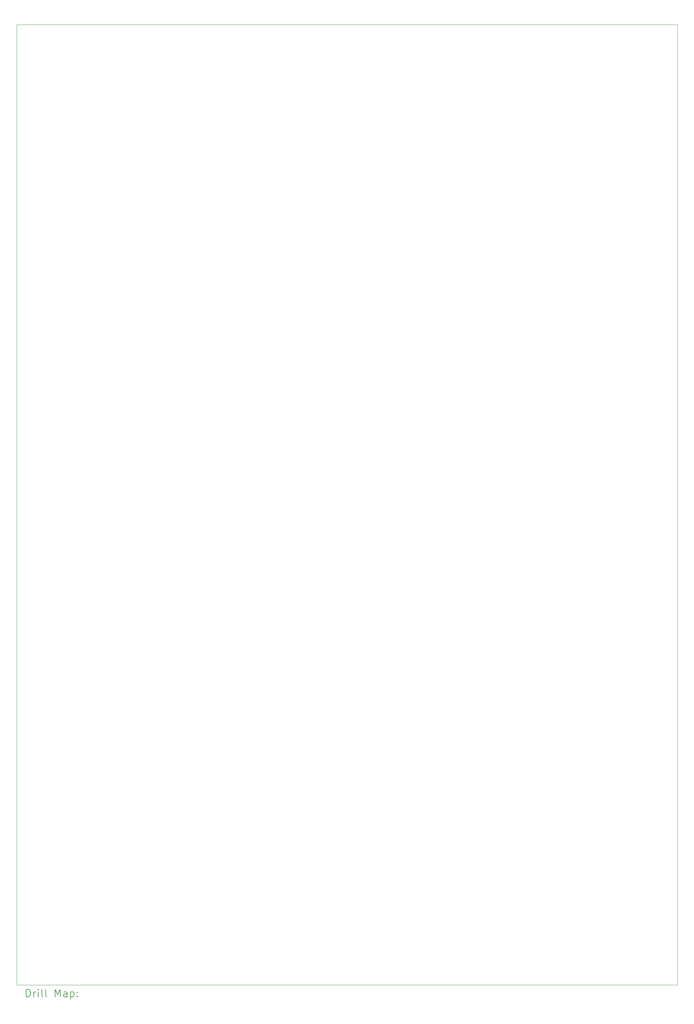
<source format=gbr>
%TF.GenerationSoftware,KiCad,Pcbnew,7.0.9*%
%TF.CreationDate,2025-01-02T12:43:33+01:00*%
%TF.ProjectId,lightning-map,6c696768-746e-4696-9e67-2d6d61702e6b,rev?*%
%TF.SameCoordinates,Original*%
%TF.FileFunction,Drillmap*%
%TF.FilePolarity,Positive*%
%FSLAX45Y45*%
G04 Gerber Fmt 4.5, Leading zero omitted, Abs format (unit mm)*
G04 Created by KiCad (PCBNEW 7.0.9) date 2025-01-02 12:43:33*
%MOMM*%
%LPD*%
G01*
G04 APERTURE LIST*
%ADD10C,0.100000*%
%ADD11C,0.200000*%
G04 APERTURE END LIST*
D10*
X20750000Y-33900000D02*
X38500000Y-33900000D01*
X20750000Y-8100000D02*
X20750000Y-33900000D01*
X38500000Y-33900000D02*
X38500000Y-8100000D01*
X38500000Y-8100000D02*
X20750000Y-8100000D01*
D11*
X21005777Y-34216484D02*
X21005777Y-34016484D01*
X21005777Y-34016484D02*
X21053396Y-34016484D01*
X21053396Y-34016484D02*
X21081967Y-34026008D01*
X21081967Y-34026008D02*
X21101015Y-34045055D01*
X21101015Y-34045055D02*
X21110539Y-34064103D01*
X21110539Y-34064103D02*
X21120063Y-34102198D01*
X21120063Y-34102198D02*
X21120063Y-34130770D01*
X21120063Y-34130770D02*
X21110539Y-34168865D01*
X21110539Y-34168865D02*
X21101015Y-34187912D01*
X21101015Y-34187912D02*
X21081967Y-34206960D01*
X21081967Y-34206960D02*
X21053396Y-34216484D01*
X21053396Y-34216484D02*
X21005777Y-34216484D01*
X21205777Y-34216484D02*
X21205777Y-34083150D01*
X21205777Y-34121246D02*
X21215301Y-34102198D01*
X21215301Y-34102198D02*
X21224824Y-34092674D01*
X21224824Y-34092674D02*
X21243872Y-34083150D01*
X21243872Y-34083150D02*
X21262920Y-34083150D01*
X21329586Y-34216484D02*
X21329586Y-34083150D01*
X21329586Y-34016484D02*
X21320063Y-34026008D01*
X21320063Y-34026008D02*
X21329586Y-34035531D01*
X21329586Y-34035531D02*
X21339110Y-34026008D01*
X21339110Y-34026008D02*
X21329586Y-34016484D01*
X21329586Y-34016484D02*
X21329586Y-34035531D01*
X21453396Y-34216484D02*
X21434348Y-34206960D01*
X21434348Y-34206960D02*
X21424824Y-34187912D01*
X21424824Y-34187912D02*
X21424824Y-34016484D01*
X21558158Y-34216484D02*
X21539110Y-34206960D01*
X21539110Y-34206960D02*
X21529586Y-34187912D01*
X21529586Y-34187912D02*
X21529586Y-34016484D01*
X21786729Y-34216484D02*
X21786729Y-34016484D01*
X21786729Y-34016484D02*
X21853396Y-34159341D01*
X21853396Y-34159341D02*
X21920063Y-34016484D01*
X21920063Y-34016484D02*
X21920063Y-34216484D01*
X22101015Y-34216484D02*
X22101015Y-34111722D01*
X22101015Y-34111722D02*
X22091491Y-34092674D01*
X22091491Y-34092674D02*
X22072444Y-34083150D01*
X22072444Y-34083150D02*
X22034348Y-34083150D01*
X22034348Y-34083150D02*
X22015301Y-34092674D01*
X22101015Y-34206960D02*
X22081967Y-34216484D01*
X22081967Y-34216484D02*
X22034348Y-34216484D01*
X22034348Y-34216484D02*
X22015301Y-34206960D01*
X22015301Y-34206960D02*
X22005777Y-34187912D01*
X22005777Y-34187912D02*
X22005777Y-34168865D01*
X22005777Y-34168865D02*
X22015301Y-34149817D01*
X22015301Y-34149817D02*
X22034348Y-34140293D01*
X22034348Y-34140293D02*
X22081967Y-34140293D01*
X22081967Y-34140293D02*
X22101015Y-34130770D01*
X22196253Y-34083150D02*
X22196253Y-34283150D01*
X22196253Y-34092674D02*
X22215301Y-34083150D01*
X22215301Y-34083150D02*
X22253396Y-34083150D01*
X22253396Y-34083150D02*
X22272444Y-34092674D01*
X22272444Y-34092674D02*
X22281967Y-34102198D01*
X22281967Y-34102198D02*
X22291491Y-34121246D01*
X22291491Y-34121246D02*
X22291491Y-34178389D01*
X22291491Y-34178389D02*
X22281967Y-34197436D01*
X22281967Y-34197436D02*
X22272444Y-34206960D01*
X22272444Y-34206960D02*
X22253396Y-34216484D01*
X22253396Y-34216484D02*
X22215301Y-34216484D01*
X22215301Y-34216484D02*
X22196253Y-34206960D01*
X22377205Y-34197436D02*
X22386729Y-34206960D01*
X22386729Y-34206960D02*
X22377205Y-34216484D01*
X22377205Y-34216484D02*
X22367682Y-34206960D01*
X22367682Y-34206960D02*
X22377205Y-34197436D01*
X22377205Y-34197436D02*
X22377205Y-34216484D01*
X22377205Y-34092674D02*
X22386729Y-34102198D01*
X22386729Y-34102198D02*
X22377205Y-34111722D01*
X22377205Y-34111722D02*
X22367682Y-34102198D01*
X22367682Y-34102198D02*
X22377205Y-34092674D01*
X22377205Y-34092674D02*
X22377205Y-34111722D01*
M02*

</source>
